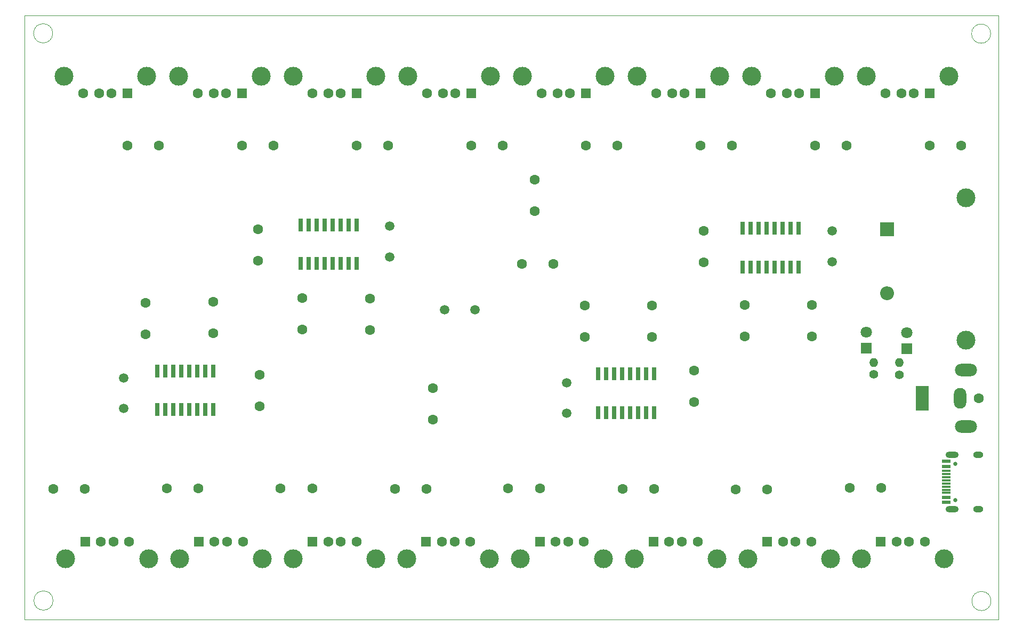
<source format=gbr>
%TF.GenerationSoftware,KiCad,Pcbnew,6.0.2+dfsg-1*%
%TF.CreationDate,2023-04-29T01:12:17-04:00*%
%TF.ProjectId,BFUSB_HUB,42465553-425f-4485-9542-2e6b69636164,rev?*%
%TF.SameCoordinates,Original*%
%TF.FileFunction,Soldermask,Top*%
%TF.FilePolarity,Negative*%
%FSLAX46Y46*%
G04 Gerber Fmt 4.6, Leading zero omitted, Abs format (unit mm)*
G04 Created by KiCad (PCBNEW 6.0.2+dfsg-1) date 2023-04-29 01:12:17*
%MOMM*%
%LPD*%
G01*
G04 APERTURE LIST*
%TA.AperFunction,Profile*%
%ADD10C,0.100000*%
%TD*%
%ADD11R,1.600000X1.600000*%
%ADD12C,1.600000*%
%ADD13C,3.000000*%
%ADD14C,1.500000*%
%ADD15R,1.800000X1.800000*%
%ADD16C,1.800000*%
%ADD17R,0.660400X2.032000*%
%ADD18C,1.400000*%
%ADD19O,1.400000X1.400000*%
%ADD20C,0.650000*%
%ADD21R,1.450000X0.600000*%
%ADD22R,1.450000X0.300000*%
%ADD23O,2.100000X1.000000*%
%ADD24O,1.600000X1.000000*%
%ADD25R,2.000000X4.000000*%
%ADD26O,2.000000X3.300000*%
%ADD27O,3.500000X2.000000*%
%ADD28R,2.200000X2.200000*%
%ADD29O,2.200000X2.200000*%
G04 APERTURE END LIST*
D10*
X71170000Y-15400000D02*
X225860000Y-15400000D01*
X225860000Y-15400000D02*
X225860000Y-111370000D01*
X225860000Y-111370000D02*
X71170000Y-111370000D01*
X71170000Y-111370000D02*
X71170000Y-15400000D01*
X224595691Y-18325000D02*
G75*
G03*
X224595691Y-18325000I-1520691J0D01*
G01*
X224648975Y-108425000D02*
G75*
G03*
X224648975Y-108425000I-1523975J0D01*
G01*
X75676843Y-108350000D02*
G75*
G03*
X75676843Y-108350000I-1526843J0D01*
G01*
X75620691Y-18275000D02*
G75*
G03*
X75620691Y-18275000I-1520691J0D01*
G01*
D11*
%TO.C,J17*%
X98827857Y-98985000D03*
D12*
X101327857Y-98985000D03*
X103327857Y-98985000D03*
X105827857Y-98985000D03*
D13*
X108897857Y-101695000D03*
X95757857Y-101695000D03*
%TD*%
D12*
%TO.C,C3*%
X152150000Y-41500000D03*
X152150000Y-46500000D03*
%TD*%
%TO.C,C2*%
X155150000Y-54900000D03*
X150150000Y-54900000D03*
%TD*%
%TO.C,C31*%
X80750000Y-90650000D03*
X75750000Y-90650000D03*
%TD*%
D14*
%TO.C,Y5*%
X86900000Y-77875000D03*
X86900000Y-72995000D03*
%TD*%
D12*
%TO.C,C28*%
X134950000Y-90650000D03*
X129950000Y-90650000D03*
%TD*%
D15*
%TO.C,D3*%
X211300000Y-68325000D03*
D16*
X211300000Y-65785000D03*
%TD*%
D11*
%TO.C,J10*%
X214900000Y-27765000D03*
D12*
X212400000Y-27765000D03*
X210400000Y-27765000D03*
X207900000Y-27765000D03*
D13*
X217970000Y-25055000D03*
X204830000Y-25055000D03*
%TD*%
D12*
%TO.C,C17*%
X105653571Y-36125000D03*
X110653571Y-36125000D03*
%TD*%
D17*
%TO.C,U3*%
X194095000Y-49251600D03*
X192825000Y-49251600D03*
X191555000Y-49251600D03*
X190285000Y-49251600D03*
X189015000Y-49251600D03*
X187745000Y-49251600D03*
X186475000Y-49251600D03*
X185205000Y-49251600D03*
X185205000Y-55398400D03*
X186475000Y-55398400D03*
X187745000Y-55398400D03*
X189015000Y-55398400D03*
X190285000Y-55398400D03*
X191555000Y-55398400D03*
X192825000Y-55398400D03*
X194095000Y-55398400D03*
%TD*%
D14*
%TO.C,Y2*%
X129175000Y-48900000D03*
X129175000Y-53780000D03*
%TD*%
D17*
%TO.C,U5*%
X92255000Y-78023400D03*
X93525000Y-78023400D03*
X94795000Y-78023400D03*
X96065000Y-78023400D03*
X97335000Y-78023400D03*
X98605000Y-78023400D03*
X99875000Y-78023400D03*
X101145000Y-78023400D03*
X101145000Y-71876600D03*
X99875000Y-71876600D03*
X98605000Y-71876600D03*
X97335000Y-71876600D03*
X96065000Y-71876600D03*
X94795000Y-71876600D03*
X93525000Y-71876600D03*
X92255000Y-71876600D03*
%TD*%
D18*
%TO.C,R1*%
X206025000Y-72425000D03*
D19*
X206025000Y-70525000D03*
%TD*%
D17*
%TO.C,U2*%
X123895000Y-48701600D03*
X122625000Y-48701600D03*
X121355000Y-48701600D03*
X120085000Y-48701600D03*
X118815000Y-48701600D03*
X117545000Y-48701600D03*
X116275000Y-48701600D03*
X115005000Y-48701600D03*
X115005000Y-54848400D03*
X116275000Y-54848400D03*
X117545000Y-54848400D03*
X118815000Y-54848400D03*
X120085000Y-54848400D03*
X121355000Y-54848400D03*
X122625000Y-54848400D03*
X123895000Y-54848400D03*
%TD*%
D12*
%TO.C,C7*%
X177475000Y-71825000D03*
X177475000Y-76825000D03*
%TD*%
%TO.C,C19*%
X142060713Y-36125000D03*
X147060713Y-36125000D03*
%TD*%
D20*
%TO.C,J1*%
X218980000Y-86615000D03*
X218980000Y-92395000D03*
D21*
X217535000Y-92755000D03*
X217535000Y-91955000D03*
D22*
X217535000Y-90755000D03*
X217535000Y-89755000D03*
X217535000Y-89255000D03*
X217535000Y-88255000D03*
D21*
X217535000Y-87055000D03*
X217535000Y-86255000D03*
X217535000Y-86255000D03*
X217535000Y-87055000D03*
D22*
X217535000Y-87755000D03*
X217535000Y-88755000D03*
X217535000Y-90255000D03*
X217535000Y-91255000D03*
D21*
X217535000Y-91955000D03*
X217535000Y-92755000D03*
D23*
X218450000Y-93825000D03*
D24*
X222630000Y-85185000D03*
X222630000Y-93825000D03*
D23*
X218450000Y-85185000D03*
%TD*%
D12*
%TO.C,C25*%
X189125000Y-90675000D03*
X184125000Y-90675000D03*
%TD*%
D14*
%TO.C,Y3*%
X199375000Y-49645000D03*
X199375000Y-54525000D03*
%TD*%
D17*
%TO.C,U4*%
X162280000Y-78521800D03*
X163550000Y-78521800D03*
X164820000Y-78521800D03*
X166090000Y-78521800D03*
X167360000Y-78521800D03*
X168630000Y-78521800D03*
X169900000Y-78521800D03*
X171170000Y-78521800D03*
X171170000Y-72375000D03*
X169900000Y-72375000D03*
X168630000Y-72375000D03*
X167360000Y-72375000D03*
X166090000Y-72375000D03*
X164820000Y-72375000D03*
X163550000Y-72375000D03*
X162280000Y-72375000D03*
%TD*%
D11*
%TO.C,J3*%
X87475000Y-27765000D03*
D12*
X84975000Y-27765000D03*
X82975000Y-27765000D03*
X80475000Y-27765000D03*
D13*
X90545000Y-25055000D03*
X77405000Y-25055000D03*
%TD*%
D14*
%TO.C,Y4*%
X157250000Y-78625000D03*
X157250000Y-73745000D03*
%TD*%
D12*
%TO.C,C22*%
X196671426Y-36125000D03*
X201671426Y-36125000D03*
%TD*%
%TO.C,C27*%
X152975000Y-90500000D03*
X147975000Y-90500000D03*
%TD*%
%TO.C,C4*%
X179000000Y-54675000D03*
X179000000Y-49675000D03*
%TD*%
%TO.C,C8*%
X115275000Y-65350000D03*
X115275000Y-60350000D03*
%TD*%
%TO.C,C26*%
X171100000Y-90625000D03*
X166100000Y-90625000D03*
%TD*%
%TO.C,C14*%
X101075000Y-60875000D03*
X101075000Y-65875000D03*
%TD*%
%TO.C,C11*%
X196175000Y-66375000D03*
X196175000Y-61375000D03*
%TD*%
%TO.C,C10*%
X185500000Y-66375000D03*
X185500000Y-61375000D03*
%TD*%
%TO.C,C9*%
X126050000Y-65400000D03*
X126050000Y-60400000D03*
%TD*%
D15*
%TO.C,D2*%
X204800000Y-68300000D03*
D16*
X204800000Y-65760000D03*
%TD*%
D11*
%TO.C,J11*%
X207145000Y-98985000D03*
D12*
X209645000Y-98985000D03*
X211645000Y-98985000D03*
X214145000Y-98985000D03*
D13*
X217215000Y-101695000D03*
X204075000Y-101695000D03*
%TD*%
D12*
%TO.C,C16*%
X87450000Y-36125000D03*
X92450000Y-36125000D03*
%TD*%
D11*
%TO.C,J8*%
X178492855Y-27765000D03*
D12*
X175992855Y-27765000D03*
X173992855Y-27765000D03*
X171492855Y-27765000D03*
D13*
X181562855Y-25055000D03*
X168422855Y-25055000D03*
%TD*%
D12*
%TO.C,C6*%
X108500000Y-72525000D03*
X108500000Y-77525000D03*
%TD*%
D11*
%TO.C,J18*%
X80775000Y-98985000D03*
D12*
X83275000Y-98985000D03*
X85275000Y-98985000D03*
X87775000Y-98985000D03*
D13*
X77705000Y-101695000D03*
X90845000Y-101695000D03*
%TD*%
D12*
%TO.C,C1*%
X135975000Y-79625000D03*
X135975000Y-74625000D03*
%TD*%
%TO.C,J2*%
X222700000Y-76225000D03*
D25*
X213700000Y-76225000D03*
D26*
X219700000Y-76225000D03*
D27*
X220700000Y-80725000D03*
X220700000Y-71725000D03*
%TD*%
D12*
%TO.C,C12*%
X170825000Y-61500000D03*
X170825000Y-66500000D03*
%TD*%
%TO.C,C23*%
X214875000Y-36125000D03*
X219875000Y-36125000D03*
%TD*%
%TO.C,C20*%
X160264284Y-36125000D03*
X165264284Y-36125000D03*
%TD*%
D11*
%TO.C,J16*%
X116880714Y-98985000D03*
D12*
X119380714Y-98985000D03*
X121380714Y-98985000D03*
X123880714Y-98985000D03*
D13*
X113810714Y-101695000D03*
X126950714Y-101695000D03*
%TD*%
D12*
%TO.C,C5*%
X108225000Y-54400000D03*
X108225000Y-49400000D03*
%TD*%
D11*
%TO.C,J14*%
X152986428Y-98985000D03*
D12*
X155486428Y-98985000D03*
X157486428Y-98985000D03*
X159986428Y-98985000D03*
D13*
X163056428Y-101695000D03*
X149916428Y-101695000D03*
%TD*%
D11*
%TO.C,J6*%
X142085713Y-27765000D03*
D12*
X139585713Y-27765000D03*
X137585713Y-27765000D03*
X135085713Y-27765000D03*
D13*
X145155713Y-25055000D03*
X132015713Y-25055000D03*
%TD*%
D12*
%TO.C,C24*%
X207175000Y-90450000D03*
X202175000Y-90450000D03*
%TD*%
D28*
%TO.C,D1*%
X208100000Y-49395000D03*
D29*
X208100000Y-59555000D03*
%TD*%
D12*
%TO.C,C13*%
X160125000Y-61475000D03*
X160125000Y-66475000D03*
%TD*%
D11*
%TO.C,J4*%
X105678571Y-27765000D03*
D12*
X103178571Y-27765000D03*
X101178571Y-27765000D03*
X98678571Y-27765000D03*
D13*
X108748571Y-25055000D03*
X95608571Y-25055000D03*
%TD*%
D11*
%TO.C,J9*%
X196696426Y-27765000D03*
D12*
X194196426Y-27765000D03*
X192196426Y-27765000D03*
X189696426Y-27765000D03*
D13*
X199766426Y-25055000D03*
X186626426Y-25055000D03*
%TD*%
D12*
%TO.C,C29*%
X116825000Y-90550000D03*
X111825000Y-90550000D03*
%TD*%
%TO.C,C21*%
X178467855Y-36125000D03*
X183467855Y-36125000D03*
%TD*%
D11*
%TO.C,J5*%
X123882142Y-27765000D03*
D12*
X121382142Y-27765000D03*
X119382142Y-27765000D03*
X116882142Y-27765000D03*
D13*
X126952142Y-25055000D03*
X113812142Y-25055000D03*
%TD*%
D11*
%TO.C,J7*%
X160289284Y-27765000D03*
D12*
X157789284Y-27765000D03*
X155789284Y-27765000D03*
X153289284Y-27765000D03*
D13*
X163359284Y-25055000D03*
X150219284Y-25055000D03*
%TD*%
D18*
%TO.C,R2*%
X210075000Y-72470000D03*
D19*
X210075000Y-70570000D03*
%TD*%
D12*
%TO.C,C15*%
X90375000Y-61075000D03*
X90375000Y-66075000D03*
%TD*%
D11*
%TO.C,J15*%
X134933571Y-98985000D03*
D12*
X137433571Y-98985000D03*
X139433571Y-98985000D03*
X141933571Y-98985000D03*
D13*
X131863571Y-101695000D03*
X145003571Y-101695000D03*
%TD*%
D11*
%TO.C,J12*%
X189092142Y-98985000D03*
D12*
X191592142Y-98985000D03*
X193592142Y-98985000D03*
X196092142Y-98985000D03*
D13*
X199162142Y-101695000D03*
X186022142Y-101695000D03*
%TD*%
D12*
%TO.C,C30*%
X98775000Y-90550000D03*
X93775000Y-90550000D03*
%TD*%
D11*
%TO.C,J13*%
X171039285Y-98985000D03*
D12*
X173539285Y-98985000D03*
X175539285Y-98985000D03*
X178039285Y-98985000D03*
D13*
X181109285Y-101695000D03*
X167969285Y-101695000D03*
%TD*%
%TO.C,F1*%
X220675000Y-44425000D03*
X220675000Y-67025000D03*
%TD*%
D12*
%TO.C,C18*%
X123857142Y-36125000D03*
X128857142Y-36125000D03*
%TD*%
D14*
%TO.C,Y1*%
X142725000Y-62175000D03*
X137845000Y-62175000D03*
%TD*%
M02*

</source>
